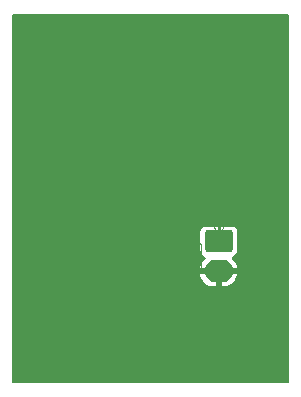
<source format=gbr>
%TF.GenerationSoftware,KiCad,Pcbnew,7.0.6*%
%TF.CreationDate,2025-07-08T02:32:16-07:00*%
%TF.ProjectId,LED Project,4c454420-5072-46f6-9a65-63742e6b6963,rev?*%
%TF.SameCoordinates,Original*%
%TF.FileFunction,Soldermask,Bot*%
%TF.FilePolarity,Negative*%
%FSLAX46Y46*%
G04 Gerber Fmt 4.6, Leading zero omitted, Abs format (unit mm)*
G04 Created by KiCad (PCBNEW 7.0.6) date 2025-07-08 02:32:16*
%MOMM*%
%LPD*%
G01*
G04 APERTURE LIST*
G04 Aperture macros list*
%AMRoundRect*
0 Rectangle with rounded corners*
0 $1 Rounding radius*
0 $2 $3 $4 $5 $6 $7 $8 $9 X,Y pos of 4 corners*
0 Add a 4 corners polygon primitive as box body*
4,1,4,$2,$3,$4,$5,$6,$7,$8,$9,$2,$3,0*
0 Add four circle primitives for the rounded corners*
1,1,$1+$1,$2,$3*
1,1,$1+$1,$4,$5*
1,1,$1+$1,$6,$7*
1,1,$1+$1,$8,$9*
0 Add four rect primitives between the rounded corners*
20,1,$1+$1,$2,$3,$4,$5,0*
20,1,$1+$1,$4,$5,$6,$7,0*
20,1,$1+$1,$6,$7,$8,$9,0*
20,1,$1+$1,$8,$9,$2,$3,0*%
G04 Aperture macros list end*
%ADD10RoundRect,0.350000X-0.845000X0.620000X-0.845000X-0.620000X0.845000X-0.620000X0.845000X0.620000X0*%
%ADD11O,2.390000X1.940000*%
%TA.AperFunction,SMDPad,CuDef*%
%ADD12RoundRect,0.250000X-0.450000X0.262500X-0.450000X-0.262500X0.450000X-0.262500X0.450000X0.262500X0*%
%TD*%
%TA.AperFunction,SMDPad,CuDef*%
%ADD13R,1.200000X1.200000*%
%TD*%
%TA.AperFunction,ComponentPad*%
%ADD14RoundRect,0.250000X-0.845000X0.620000X-0.845000X-0.620000X0.845000X-0.620000X0.845000X0.620000X0*%
%TD*%
%TA.AperFunction,ComponentPad*%
%ADD15O,2.190000X1.740000*%
%TD*%
%TA.AperFunction,SMDPad,CuDef*%
%ADD16R,1.100000X1.800000*%
%TD*%
%TA.AperFunction,ViaPad*%
%ADD17C,0.800000*%
%TD*%
%TA.AperFunction,Conductor*%
%ADD18C,0.250000*%
%TD*%
%ADD19RoundRect,0.250000X-0.450000X0.262500X-0.450000X-0.262500X0.450000X-0.262500X0.450000X0.262500X0*%
%ADD20R,1.200000X1.200000*%
%ADD21R,1.100000X1.800000*%
%ADD22C,0.150000*%
%ADD23C,0.100000*%
%ADD24C,0.120000*%
%ADD25RoundRect,0.350000X-0.450000X0.262500X-0.450000X-0.262500X0.450000X-0.262500X0.450000X0.262500X0*%
%ADD26RoundRect,0.100000X0.600000X-0.600000X0.600000X0.600000X-0.600000X0.600000X-0.600000X-0.600000X0*%
%ADD27RoundRect,0.100000X0.550000X-0.900000X0.550000X0.900000X-0.550000X0.900000X-0.550000X-0.900000X0*%
%ADD28C,0.050000*%
%ADD29C,0.080000*%
%ADD30C,0.060000*%
G04 APERTURE END LIST*
D10*
%TO.C,J1*%
X56860000Y-44887500D03*
D11*
X56860000Y-47427500D03*
%TD*%
D12*
%TO.P,R1,1*%
%TO.N,+3.3V*%
X46000000Y-37587500D03*
%TO.P,R1,2*%
%TO.N,/DIODE*%
X46000000Y-39412500D03*
%TD*%
D13*
%TO.P,D1,A,Anode*%
%TO.N,/DIODE*%
X46000000Y-51887500D03*
%TO.P,D1,C,Cathode*%
%TO.N,GND*%
X46000000Y-53887500D03*
%TD*%
D14*
%TO.P,J1,1,Pin_1*%
%TO.N,+3.3V*%
X56860000Y-44887500D03*
D15*
%TO.P,J1,2,Pin_2*%
%TO.N,GND*%
X56860000Y-47427500D03*
%TD*%
D16*
%TO.P,SW1,1,1*%
%TO.N,+3.3V*%
X49350000Y-34680000D03*
%TO.P,SW1,2,2*%
X53050000Y-34680000D03*
%TO.P,SW1,3,K*%
X53050000Y-28480000D03*
%TO.P,SW1,4,A*%
X49350000Y-28480000D03*
%TD*%
D17*
%TO.N,GND*%
X48860000Y-53887500D03*
%TD*%
D18*
%TO.N,/DIODE*%
X46000000Y-39412500D02*
X46000000Y-51887500D01*
%TO.N,GND*%
X56860000Y-47427500D02*
X56860000Y-52810000D01*
X55825000Y-53875000D02*
X48872500Y-53875000D01*
X56860000Y-52810000D02*
X56875000Y-52825000D01*
X48872500Y-53875000D02*
X48860000Y-53887500D01*
X46000000Y-53887500D02*
X48860000Y-53887500D01*
X56875000Y-52825000D02*
X55825000Y-53875000D01*
%TO.N,+3.3V*%
X49350000Y-31400000D02*
X49350000Y-28480000D01*
X46000000Y-36347500D02*
X46000000Y-37587500D01*
X56860000Y-44887500D02*
X56860000Y-32290000D01*
X56860000Y-32290000D02*
X53050000Y-28480000D01*
X46000000Y-37886827D02*
X46000000Y-37587500D01*
X49350000Y-34680000D02*
X49350000Y-31400000D01*
X53050000Y-31400000D02*
X53050000Y-34680000D01*
X53050000Y-31400000D02*
X49350000Y-31400000D01*
X47667500Y-34680000D02*
X49350000Y-34680000D01*
X53050000Y-28480000D02*
X53050000Y-31400000D01*
X46000000Y-36347500D02*
X47667500Y-34680000D01*
%TD*%
D14*
%TO.P,J1,1,Pin_1*%
%TO.N,+3.3V*%
X56860000Y-44887500D03*
D15*
%TO.P,J1,2,Pin_2*%
%TO.N,GND*%
X56860000Y-47427500D03*
%TD*%
D17*
%TO.N,GND*%
X48860000Y-53887500D03*
%TD*%
%TA.AperFunction,Conductor*%
%TO.N,GND*%
G36*
X62802539Y-25707685D02*
G01*
X62848294Y-25760489D01*
X62859500Y-25812000D01*
X62859500Y-56763000D01*
X62839815Y-56830039D01*
X62787011Y-56875794D01*
X62735500Y-56887000D01*
X39484500Y-56887000D01*
X39417461Y-56867315D01*
X39371706Y-56814511D01*
X39360500Y-56763000D01*
X39360500Y-45557501D01*
X55264500Y-45557501D01*
X55264501Y-45557518D01*
X55275000Y-45660296D01*
X55275001Y-45660299D01*
X55330185Y-45826831D01*
X55330186Y-45826834D01*
X55422288Y-45976156D01*
X55546344Y-46100212D01*
X55695666Y-46192314D01*
X55695669Y-46192315D01*
X55698419Y-46193597D01*
X55699991Y-46194981D01*
X55701813Y-46196105D01*
X55701621Y-46196416D01*
X55750861Y-46239767D01*
X55770016Y-46306960D01*
X55749803Y-46373842D01*
X55731821Y-46395504D01*
X55602860Y-46519103D01*
X55602859Y-46519104D01*
X55464189Y-46706597D01*
X55359196Y-46914838D01*
X55290906Y-47137829D01*
X55285826Y-47177499D01*
X55285827Y-47177500D01*
X56319530Y-47177500D01*
X56280315Y-47272174D01*
X56259866Y-47427500D01*
X56280315Y-47582826D01*
X56319530Y-47677500D01*
X55287424Y-47677500D01*
X55320316Y-47830119D01*
X55320316Y-47830120D01*
X55407267Y-48046505D01*
X55529541Y-48245092D01*
X55683617Y-48420156D01*
X55683621Y-48420160D01*
X55865054Y-48566657D01*
X55865060Y-48566661D01*
X56068653Y-48680395D01*
X56288538Y-48758085D01*
X56288546Y-48758087D01*
X56518387Y-48797499D01*
X56518396Y-48797500D01*
X56609999Y-48797500D01*
X56609999Y-47967969D01*
X56704674Y-48007185D01*
X56821003Y-48022500D01*
X56898997Y-48022500D01*
X57015326Y-48007185D01*
X57110000Y-47967969D01*
X57110000Y-48797500D01*
X57143201Y-48797500D01*
X57317363Y-48782677D01*
X57543051Y-48723912D01*
X57755552Y-48627856D01*
X57755560Y-48627851D01*
X57948771Y-48497264D01*
X58117139Y-48335896D01*
X58117140Y-48335895D01*
X58255810Y-48148402D01*
X58360803Y-47940161D01*
X58429093Y-47717170D01*
X58434173Y-47677500D01*
X57400470Y-47677500D01*
X57439685Y-47582826D01*
X57460134Y-47427500D01*
X57439685Y-47272174D01*
X57400470Y-47177500D01*
X58432576Y-47177500D01*
X58432575Y-47177499D01*
X58399683Y-47024880D01*
X58399683Y-47024879D01*
X58312732Y-46808494D01*
X58190458Y-46609907D01*
X58036383Y-46434844D01*
X57996202Y-46402400D01*
X57956410Y-46344969D01*
X57953984Y-46275142D01*
X57989694Y-46215087D01*
X58021714Y-46193534D01*
X58024321Y-46192318D01*
X58024334Y-46192314D01*
X58173656Y-46100212D01*
X58297712Y-45976156D01*
X58389814Y-45826834D01*
X58444999Y-45660297D01*
X58455500Y-45557509D01*
X58455499Y-44217492D01*
X58444999Y-44114703D01*
X58389814Y-43948166D01*
X58297712Y-43798844D01*
X58173656Y-43674788D01*
X58024334Y-43582686D01*
X57857797Y-43527501D01*
X57857795Y-43527500D01*
X57755010Y-43517000D01*
X55964998Y-43517000D01*
X55964981Y-43517001D01*
X55862203Y-43527500D01*
X55862200Y-43527501D01*
X55695668Y-43582685D01*
X55695663Y-43582687D01*
X55546342Y-43674789D01*
X55422289Y-43798842D01*
X55330187Y-43948163D01*
X55330185Y-43948166D01*
X55330186Y-43948166D01*
X55275001Y-44114703D01*
X55275001Y-44114704D01*
X55275000Y-44114704D01*
X55264500Y-44217483D01*
X55264500Y-45557501D01*
X39360500Y-45557501D01*
X39360500Y-25812000D01*
X39380185Y-25744961D01*
X39432989Y-25699206D01*
X39484500Y-25688000D01*
X62735500Y-25688000D01*
X62802539Y-25707685D01*
G37*
%TD.AperFunction*%
%TD*%
D19*
%TO.C,R1*%
X46000000Y-37587500D03*
X46000000Y-39412500D03*
%TD*%
D20*
%TO.C,D1*%
X46000000Y-51887500D03*
X46000000Y-53887500D03*
%TD*%
D21*
%TO.C,SW1*%
X49350000Y-34680000D03*
X53050000Y-34680000D03*
X53050000Y-28480000D03*
X49350000Y-28480000D03*
%TD*%
D22*
X48104819Y-38666666D02*
X47628628Y-38999999D01*
X48104819Y-39238094D02*
X47104819Y-39238094D01*
X47104819Y-39238094D02*
X47104819Y-38857142D01*
X47104819Y-38857142D02*
X47152438Y-38761904D01*
X47152438Y-38761904D02*
X47200057Y-38714285D01*
X47200057Y-38714285D02*
X47295295Y-38666666D01*
X47295295Y-38666666D02*
X47438152Y-38666666D01*
X47438152Y-38666666D02*
X47533390Y-38714285D01*
X47533390Y-38714285D02*
X47581009Y-38761904D01*
X47581009Y-38761904D02*
X47628628Y-38857142D01*
X47628628Y-38857142D02*
X47628628Y-39238094D01*
X48104819Y-37714285D02*
X48104819Y-38285713D01*
X48104819Y-37999999D02*
X47104819Y-37999999D01*
X47104819Y-37999999D02*
X47247676Y-38095237D01*
X47247676Y-38095237D02*
X47342914Y-38190475D01*
X47342914Y-38190475D02*
X47390533Y-38285713D01*
D23*
X43917419Y-53625594D02*
X42917419Y-53625594D01*
X42917419Y-53625594D02*
X42917419Y-53387499D01*
X42917419Y-53387499D02*
X42965038Y-53244642D01*
X42965038Y-53244642D02*
X43060276Y-53149404D01*
X43060276Y-53149404D02*
X43155514Y-53101785D01*
X43155514Y-53101785D02*
X43345990Y-53054166D01*
X43345990Y-53054166D02*
X43488847Y-53054166D01*
X43488847Y-53054166D02*
X43679323Y-53101785D01*
X43679323Y-53101785D02*
X43774561Y-53149404D01*
X43774561Y-53149404D02*
X43869800Y-53244642D01*
X43869800Y-53244642D02*
X43917419Y-53387499D01*
X43917419Y-53387499D02*
X43917419Y-53625594D01*
X43917419Y-52101785D02*
X43917419Y-52673213D01*
X43917419Y-52387499D02*
X42917419Y-52387499D01*
X42917419Y-52387499D02*
X43060276Y-52482737D01*
X43060276Y-52482737D02*
X43155514Y-52577975D01*
X43155514Y-52577975D02*
X43203133Y-52673213D01*
D22*
X60434819Y-46490833D02*
X61149104Y-46490833D01*
X61149104Y-46490833D02*
X61291961Y-46538452D01*
X61291961Y-46538452D02*
X61387200Y-46633690D01*
X61387200Y-46633690D02*
X61434819Y-46776547D01*
X61434819Y-46776547D02*
X61434819Y-46871785D01*
X61434819Y-45490833D02*
X61434819Y-46062261D01*
X61434819Y-45776547D02*
X60434819Y-45776547D01*
X60434819Y-45776547D02*
X60577676Y-45871785D01*
X60577676Y-45871785D02*
X60672914Y-45967023D01*
X60672914Y-45967023D02*
X60720533Y-46062261D01*
X48007200Y-32913332D02*
X48054819Y-32770475D01*
X48054819Y-32770475D02*
X48054819Y-32532380D01*
X48054819Y-32532380D02*
X48007200Y-32437142D01*
X48007200Y-32437142D02*
X47959580Y-32389523D01*
X47959580Y-32389523D02*
X47864342Y-32341904D01*
X47864342Y-32341904D02*
X47769104Y-32341904D01*
X47769104Y-32341904D02*
X47673866Y-32389523D01*
X47673866Y-32389523D02*
X47626247Y-32437142D01*
X47626247Y-32437142D02*
X47578628Y-32532380D01*
X47578628Y-32532380D02*
X47531009Y-32722856D01*
X47531009Y-32722856D02*
X47483390Y-32818094D01*
X47483390Y-32818094D02*
X47435771Y-32865713D01*
X47435771Y-32865713D02*
X47340533Y-32913332D01*
X47340533Y-32913332D02*
X47245295Y-32913332D01*
X47245295Y-32913332D02*
X47150057Y-32865713D01*
X47150057Y-32865713D02*
X47102438Y-32818094D01*
X47102438Y-32818094D02*
X47054819Y-32722856D01*
X47054819Y-32722856D02*
X47054819Y-32484761D01*
X47054819Y-32484761D02*
X47102438Y-32341904D01*
X47054819Y-32008570D02*
X48054819Y-31770475D01*
X48054819Y-31770475D02*
X47340533Y-31579999D01*
X47340533Y-31579999D02*
X48054819Y-31389523D01*
X48054819Y-31389523D02*
X47054819Y-31151428D01*
X48054819Y-30246666D02*
X48054819Y-30818094D01*
X48054819Y-30532380D02*
X47054819Y-30532380D01*
X47054819Y-30532380D02*
X47197676Y-30627618D01*
X47197676Y-30627618D02*
X47292914Y-30722856D01*
X47292914Y-30722856D02*
X47340533Y-30818094D01*
D24*
%TO.C,R1*%
X46735000Y-38272936D02*
X46735000Y-38727064D01*
X45265000Y-38272936D02*
X45265000Y-38727064D01*
D23*
%TO.C,D1*%
X44730000Y-55173500D02*
X47016000Y-55173500D01*
X44730000Y-55173500D02*
X44730000Y-50601500D01*
X44730000Y-50601500D02*
X47016000Y-50601500D01*
X47016000Y-50601500D02*
X47016000Y-55173500D01*
X47014000Y-56287500D02*
X44728000Y-56287500D01*
X44728000Y-55271500D01*
X47014000Y-55271500D01*
X47014000Y-56287500D01*
G36*
X47014000Y-56287500D02*
G01*
X44728000Y-56287500D01*
X44728000Y-55271500D01*
X47014000Y-55271500D01*
X47014000Y-56287500D01*
G37*
D24*
%TO.C,J1*%
X58860000Y-43217500D02*
X54860000Y-43217500D01*
X59890000Y-43507500D02*
X53870000Y-43507500D01*
X53870000Y-43507500D02*
X53870000Y-48807500D01*
X59890000Y-44087500D02*
X59290000Y-44087500D01*
X59290000Y-44087500D02*
X59290000Y-45687500D01*
X54870000Y-44887500D02*
X55400000Y-45137500D01*
X54870000Y-44887500D02*
X54870000Y-47427500D01*
X53870000Y-44887500D02*
X54870000Y-44887500D01*
X55400000Y-45137500D02*
X55400000Y-47177500D01*
X53870000Y-45137500D02*
X54870000Y-45137500D01*
X59290000Y-45687500D02*
X59890000Y-45687500D01*
X59890000Y-46627500D02*
X59290000Y-46627500D01*
X59290000Y-46627500D02*
X59290000Y-48227500D01*
X55400000Y-47177500D02*
X54870000Y-47427500D01*
X53870000Y-47177500D02*
X54870000Y-47177500D01*
X54870000Y-47427500D02*
X53870000Y-47427500D01*
X59290000Y-48227500D02*
X59890000Y-48227500D01*
X59890000Y-48807500D02*
X59890000Y-43507500D01*
X53870000Y-48807500D02*
X59890000Y-48807500D01*
%TO.C,SW1*%
X52240000Y-34300000D02*
X50160000Y-34300000D01*
X48480000Y-33030000D02*
X48970000Y-33520000D01*
X48480000Y-33030000D02*
X48480000Y-30130000D01*
X53920000Y-33030000D02*
X53430000Y-33520000D01*
X53920000Y-33030000D02*
X53920000Y-30130000D01*
X48480000Y-30130000D02*
X48970000Y-29640000D01*
X53920000Y-30130000D02*
X53430000Y-29640000D01*
X52240000Y-28860000D02*
X50160000Y-28860000D01*
%TD*%
D25*
%TO.C,R1*%
X46000000Y-37587500D03*
X46000000Y-39412500D03*
%TD*%
D26*
%TO.C,D1*%
X46000000Y-51887500D03*
X46000000Y-53887500D03*
%TD*%
D10*
%TO.C,J1*%
X56860000Y-44887500D03*
D11*
X56860000Y-47427500D03*
%TD*%
D27*
%TO.C,SW1*%
X49350000Y-34680000D03*
X53050000Y-34680000D03*
X53050000Y-28480000D03*
X49350000Y-28480000D03*
%TD*%
D28*
%TO.C,R1*%
X46950000Y-36820000D02*
X46950000Y-40180000D01*
X45050000Y-36820000D02*
X46950000Y-36820000D01*
X46950000Y-40180000D02*
X45050000Y-40180000D01*
X45050000Y-40180000D02*
X45050000Y-36820000D01*
%TO.C,D1*%
X44730000Y-55173500D02*
X47016000Y-55173500D01*
X44730000Y-55173500D02*
X44730000Y-50601500D01*
X44730000Y-50601500D02*
X47016000Y-50601500D01*
X47016000Y-50601500D02*
X47016000Y-55173500D01*
X47016000Y-55720500D02*
X44730000Y-55720500D01*
X44730000Y-55212500D01*
X47016000Y-55212500D01*
X47016000Y-55720500D01*
%TO.C,J1*%
X60280000Y-43117500D02*
X53480000Y-43117500D01*
X53480000Y-43117500D02*
X53480000Y-49197500D01*
X60280000Y-49197500D02*
X60280000Y-43117500D01*
X53480000Y-49197500D02*
X60280000Y-49197500D01*
%TO.C,SW1*%
X48350000Y-35830000D02*
X54050000Y-35830000D01*
X54050000Y-35830000D02*
X54050000Y-27330000D01*
X48350000Y-27330000D02*
X48350000Y-35830000D01*
X54050000Y-27330000D02*
X48350000Y-27330000D01*
%TD*%
D29*
X46227149Y-38583333D02*
X45989054Y-38749999D01*
X46227149Y-38869047D02*
X45727149Y-38869047D01*
X45727149Y-38869047D02*
X45727149Y-38678571D01*
X45727149Y-38678571D02*
X45750959Y-38630952D01*
X45750959Y-38630952D02*
X45774768Y-38607142D01*
X45774768Y-38607142D02*
X45822387Y-38583333D01*
X45822387Y-38583333D02*
X45893816Y-38583333D01*
X45893816Y-38583333D02*
X45941435Y-38607142D01*
X45941435Y-38607142D02*
X45965244Y-38630952D01*
X45965244Y-38630952D02*
X45989054Y-38678571D01*
X45989054Y-38678571D02*
X45989054Y-38869047D01*
X46227149Y-38107142D02*
X46227149Y-38392856D01*
X46227149Y-38249999D02*
X45727149Y-38249999D01*
X45727149Y-38249999D02*
X45798578Y-38297618D01*
X45798578Y-38297618D02*
X45846197Y-38345237D01*
X45846197Y-38345237D02*
X45870006Y-38392856D01*
D22*
X46294819Y-53675720D02*
X45294819Y-53675720D01*
X45294819Y-53675720D02*
X45294819Y-53437625D01*
X45294819Y-53437625D02*
X45342438Y-53294768D01*
X45342438Y-53294768D02*
X45437676Y-53199530D01*
X45437676Y-53199530D02*
X45532914Y-53151911D01*
X45532914Y-53151911D02*
X45723390Y-53104292D01*
X45723390Y-53104292D02*
X45866247Y-53104292D01*
X45866247Y-53104292D02*
X46056723Y-53151911D01*
X46056723Y-53151911D02*
X46151961Y-53199530D01*
X46151961Y-53199530D02*
X46247200Y-53294768D01*
X46247200Y-53294768D02*
X46294819Y-53437625D01*
X46294819Y-53437625D02*
X46294819Y-53675720D01*
X46294819Y-52151911D02*
X46294819Y-52723339D01*
X46294819Y-52437625D02*
X45294819Y-52437625D01*
X45294819Y-52437625D02*
X45437676Y-52532863D01*
X45437676Y-52532863D02*
X45532914Y-52628101D01*
X45532914Y-52628101D02*
X45580533Y-52723339D01*
X58534819Y-46490833D02*
X59249104Y-46490833D01*
X59249104Y-46490833D02*
X59391961Y-46538452D01*
X59391961Y-46538452D02*
X59487200Y-46633690D01*
X59487200Y-46633690D02*
X59534819Y-46776547D01*
X59534819Y-46776547D02*
X59534819Y-46871785D01*
X59534819Y-45490833D02*
X59534819Y-46062261D01*
X59534819Y-45776547D02*
X58534819Y-45776547D01*
X58534819Y-45776547D02*
X58677676Y-45871785D01*
X58677676Y-45871785D02*
X58772914Y-45967023D01*
X58772914Y-45967023D02*
X58820533Y-46062261D01*
D30*
X51362880Y-32113332D02*
X51381927Y-32056189D01*
X51381927Y-32056189D02*
X51381927Y-31960951D01*
X51381927Y-31960951D02*
X51362880Y-31922856D01*
X51362880Y-31922856D02*
X51343832Y-31903808D01*
X51343832Y-31903808D02*
X51305737Y-31884761D01*
X51305737Y-31884761D02*
X51267641Y-31884761D01*
X51267641Y-31884761D02*
X51229546Y-31903808D01*
X51229546Y-31903808D02*
X51210499Y-31922856D01*
X51210499Y-31922856D02*
X51191451Y-31960951D01*
X51191451Y-31960951D02*
X51172403Y-32037142D01*
X51172403Y-32037142D02*
X51153356Y-32075237D01*
X51153356Y-32075237D02*
X51134308Y-32094284D01*
X51134308Y-32094284D02*
X51096213Y-32113332D01*
X51096213Y-32113332D02*
X51058118Y-32113332D01*
X51058118Y-32113332D02*
X51020022Y-32094284D01*
X51020022Y-32094284D02*
X51000975Y-32075237D01*
X51000975Y-32075237D02*
X50981927Y-32037142D01*
X50981927Y-32037142D02*
X50981927Y-31941903D01*
X50981927Y-31941903D02*
X51000975Y-31884761D01*
X50981927Y-31751428D02*
X51381927Y-31656190D01*
X51381927Y-31656190D02*
X51096213Y-31579999D01*
X51096213Y-31579999D02*
X51381927Y-31503809D01*
X51381927Y-31503809D02*
X50981927Y-31408571D01*
X51381927Y-31046666D02*
X51381927Y-31275237D01*
X51381927Y-31160951D02*
X50981927Y-31160951D01*
X50981927Y-31160951D02*
X51039070Y-31199047D01*
X51039070Y-31199047D02*
X51077165Y-31237142D01*
X51077165Y-31237142D02*
X51096213Y-31275237D01*
D23*
%TO.C,R1*%
X46625000Y-37500000D02*
X46625000Y-39500000D01*
X45375000Y-37500000D02*
X46625000Y-37500000D01*
X46625000Y-39500000D02*
X45375000Y-39500000D01*
X45375000Y-39500000D02*
X45375000Y-37500000D01*
%TO.C,D1*%
X44750000Y-55162500D02*
X46975000Y-55162500D01*
X46975000Y-55162500D02*
X46975000Y-50587500D01*
X46975000Y-50587500D02*
X44750000Y-50587500D01*
X44750000Y-50587500D02*
X44750000Y-55162500D01*
X46975000Y-55712500D02*
X44750000Y-55712500D01*
X44750000Y-55262500D01*
X46975000Y-55262500D01*
X46975000Y-55712500D01*
G36*
X46975000Y-55712500D02*
G01*
X44750000Y-55712500D01*
X44750000Y-55262500D01*
X46975000Y-55262500D01*
X46975000Y-55712500D01*
G37*
%TO.C,J1*%
X59780000Y-43617500D02*
X53980000Y-43617500D01*
X57360000Y-43617500D02*
X56860000Y-44324607D01*
X53980000Y-43617500D02*
X53980000Y-48697500D01*
X56860000Y-44324607D02*
X56360000Y-43617500D01*
X59780000Y-48697500D02*
X59780000Y-43617500D01*
X53980000Y-48697500D02*
X59780000Y-48697500D01*
%TO.C,SW1*%
X49800000Y-34180000D02*
X48600000Y-32980000D01*
X52600000Y-34180000D02*
X49800000Y-34180000D01*
X52150000Y-33445000D02*
X50250000Y-33445000D01*
X48600000Y-32980000D02*
X48600000Y-30180000D01*
X53800000Y-32980000D02*
X52600000Y-34180000D01*
X49335000Y-32530000D02*
X50250000Y-33445000D01*
X49335000Y-32530000D02*
X49335000Y-30630000D01*
X53065000Y-32530000D02*
X52150000Y-33445000D01*
X49335000Y-30630000D02*
X50250000Y-29715000D01*
X53065000Y-30630000D02*
X53065000Y-32530000D01*
X53065000Y-30630000D02*
X52150000Y-29715000D01*
X48600000Y-30180000D02*
X49800000Y-28980000D01*
X53800000Y-30180000D02*
X53800000Y-32980000D01*
X50250000Y-29715000D02*
X52150000Y-29715000D01*
X49800000Y-28980000D02*
X52600000Y-28980000D01*
X52600000Y-28980000D02*
X53800000Y-30180000D01*
X52200000Y-31580000D02*
G75*
G03*
X52200000Y-31580000I-1000000J0D01*
G01*
%TD*%
M02*

</source>
